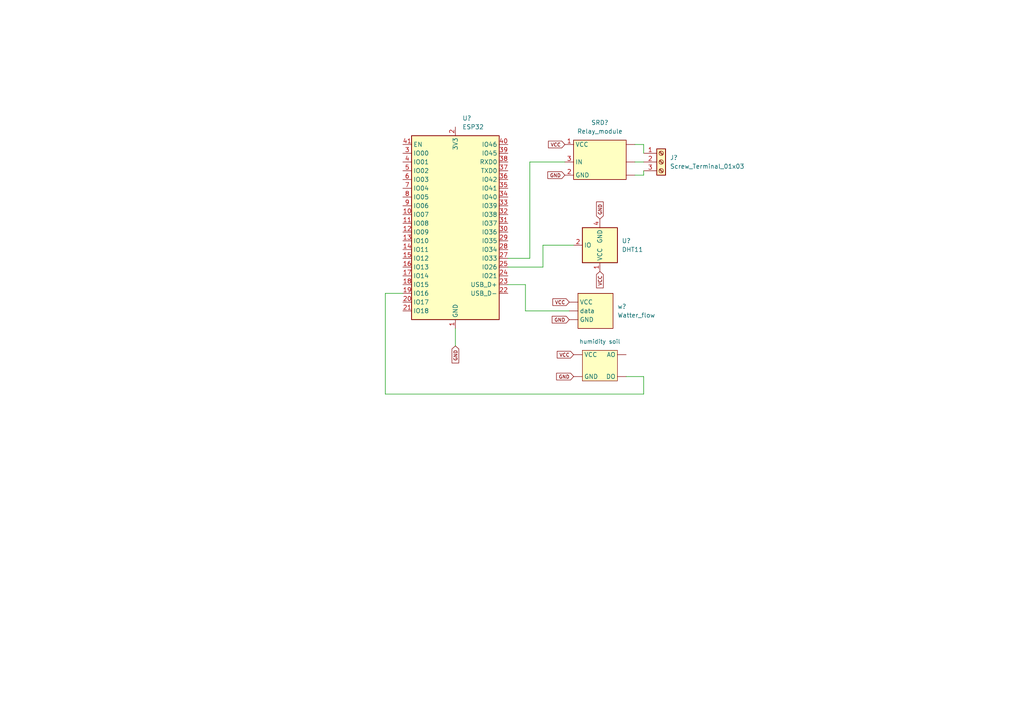
<source format=kicad_sch>
(kicad_sch (version 20211123) (generator eeschema)
  (paper "A4")
  (lib_symbols
    (symbol "Connector:Screw_Terminal_01x03" (pin_names (offset 1.016) hide)
      (property "Reference" "J" (at 0 5.08 0))
      (property "Value" "Screw_Terminal_01x03" (at 0 -5.08 0))
      (symbol "Screw_Terminal_01x03_1_1"
        (rectangle (start -1.27 3.81) (end 1.27 -3.81) (stroke (width 0.254)) (fill (type background)))
        (circle (center 0 -2.54) (radius 0.635) (stroke (width 0.1524)))
        (polyline (pts (xy -0.5334 -2.2098) (xy 0.3302 -3.048)) (stroke (width 0.1524)))
        (polyline (pts (xy -0.5334 0.3302) (xy 0.3302 -0.508)) (stroke (width 0.1524)))
        (polyline (pts (xy -0.5334 2.8702) (xy 0.3302 2.032)) (stroke (width 0.1524)))
        (polyline (pts (xy -0.3556 -2.032) (xy 0.508 -2.8702)) (stroke (width 0.1524)))
        (polyline (pts (xy -0.3556 0.508) (xy 0.508 -0.3302)) (stroke (width 0.1524)))
        (polyline (pts (xy -0.3556 3.048) (xy 0.508 2.2098)) (stroke (width 0.1524)))
        (circle (center 0 0) (radius 0.635) (stroke (width 0.1524)))
        (circle (center 0 2.54) (radius 0.635) (stroke (width 0.1524)))
        (pin passive line (at -5.08 2.54 0) (length 3.81) (name "Pin_1") (number "1"))
        (pin passive line (at -5.08 0 0) (length 3.81) (name "Pin_2") (number "2"))
        (pin passive line (at -5.08 -2.54 0) (length 3.81) (name "Pin_3") (number "3"))
      )
    )
    (symbol "Humidity_Solo:Relay_module"
      (property "Reference" "SRD" (at 0 -7.62 0))
      (property "Value" "Relay_module" (at 0 -5.08 0))
      (symbol "Relay_module_0_1"
        (rectangle (start -7.62 -1.27) (end 7.62 -12.7) (stroke (width 0.2)) (fill (type background)))
      )
      (symbol "Relay_module_1_1"
        (pin input line (at -10.16 -11.43 0) (length 2.54) (name "") (number ""))
        (pin input line (at -10.16 -7.62 0) (length 2.54) (name "") (number ""))
        (pin input line (at -10.16 -2.54 0) (length 2.54) (name "") (number ""))
        (pin bidirectional line (at 10.16 -2.54 180) (length 2.54) (name "VCC") (number "1"))
        (pin bidirectional line (at 10.16 -11.43 180) (length 2.54) (name "GND") (number "2"))
        (pin bidirectional line (at 10.16 -7.62 180) (length 2.54) (name "IN") (number "3"))
      )
    )
    (symbol "Humidity_Solo:Water_flow"
      (property "Reference" "w" (at 0 0 0))
      (property "Value" "Water_flow" (at 0 2.54 0))
      (symbol "Water_flow_0_1"
        (rectangle (start -5.08 -1.27) (end 5.08 -11.43) (stroke (width 0.2)) (fill (type background)))
      )
      (symbol "Water_flow_1_1"
        (pin input line (at 7.62 -6.35 180) (length 2.54) (name "data") (number ""))
        (pin input line (at 7.62 -8.89 180) (length 2.54) (name "GND") (number ""))
        (pin input line (at 7.62 -3.81 180) (length 2.54) (name "VCC") (number ""))
      )
    )
    (symbol "RF_Module:ESP32-S2-WROVER"
      (property "Reference" "U" (at -12.7 29.21 0))
      (property "Value" "ESP32-S2-WROVER" (at 2.54 29.21 0))
      (symbol "ESP32-S2-WROVER_0_1"
        (rectangle (start -12.7 27.94) (end 12.7 -25.4) (stroke (width 0.254)) (fill (type background)))
      )
      (symbol "ESP32-S2-WROVER_1_1"
        (pin power_in line (at 0 -27.94 90) (length 2.54) (name "GND") (number "1"))
        (pin bidirectional line (at -15.24 5.08 0) (length 2.54) (name "IO07") (number "10"))
        (pin bidirectional line (at -15.24 2.54 0) (length 2.54) (name "IO08") (number "11"))
        (pin bidirectional line (at -15.24 0 0) (length 2.54) (name "IO09") (number "12"))
        (pin bidirectional line (at -15.24 -2.54 0) (length 2.54) (name "IO10") (number "13"))
        (pin bidirectional line (at -15.24 -5.08 0) (length 2.54) (name "IO11") (number "14"))
        (pin bidirectional line (at -15.24 -7.62 0) (length 2.54) (name "IO12") (number "15"))
        (pin bidirectional line (at -15.24 -10.16 0) (length 2.54) (name "IO13") (number "16"))
        (pin bidirectional line (at -15.24 -12.7 0) (length 2.54) (name "IO14") (number "17"))
        (pin bidirectional line (at -15.24 -15.24 0) (length 2.54) (name "IO15") (number "18"))
        (pin bidirectional line (at -15.24 -17.78 0) (length 2.54) (name "IO16") (number "19"))
        (pin power_in line (at 0 30.48 270) (length 2.54) (name "3V3") (number "2"))
        (pin bidirectional line (at -15.24 -20.32 0) (length 2.54) (name "IO17") (number "20"))
        (pin bidirectional line (at -15.24 -22.86 0) (length 2.54) (name "IO18") (number "21"))
        (pin bidirectional line (at 15.24 -17.78 180) (length 2.54) (name "USB_D-") (number "22"))
        (pin bidirectional line (at 15.24 -15.24 180) (length 2.54) (name "USB_D+") (number "23"))
        (pin bidirectional line (at 15.24 -12.7 180) (length 2.54) (name "IO21") (number "24"))
        (pin bidirectional line (at 15.24 -10.16 180) (length 2.54) (name "IO26") (number "25"))
        (pin passive line (at 0 -27.94 90) (length 2.54) hide (name "GND") (number "26"))
        (pin bidirectional line (at 15.24 -7.62 180) (length 2.54) (name "IO33") (number "27"))
        (pin bidirectional line (at 15.24 -5.08 180) (length 2.54) (name "IO34") (number "28"))
        (pin bidirectional line (at 15.24 -2.54 180) (length 2.54) (name "IO35") (number "29"))
        (pin bidirectional line (at -15.24 22.86 0) (length 2.54) (name "IO00") (number "3"))
        (pin bidirectional line (at 15.24 0 180) (length 2.54) (name "IO36") (number "30"))
        (pin bidirectional line (at 15.24 2.54 180) (length 2.54) (name "IO37") (number "31"))
        (pin bidirectional line (at 15.24 5.08 180) (length 2.54) (name "IO38") (number "32"))
        (pin bidirectional line (at 15.24 7.62 180) (length 2.54) (name "IO39") (number "33"))
        (pin bidirectional line (at 15.24 10.16 180) (length 2.54) (name "IO40") (number "34"))
        (pin bidirectional line (at 15.24 12.7 180) (length 2.54) (name "IO41") (number "35"))
        (pin bidirectional line (at 15.24 15.24 180) (length 2.54) (name "IO42") (number "36"))
        (pin bidirectional line (at 15.24 17.78 180) (length 2.54) (name "TXD0") (number "37"))
        (pin bidirectional line (at 15.24 20.32 180) (length 2.54) (name "RXD0") (number "38"))
        (pin bidirectional line (at 15.24 22.86 180) (length 2.54) (name "IO45") (number "39"))
        (pin bidirectional line (at -15.24 20.32 0) (length 2.54) (name "IO01") (number "4"))
        (pin input line (at 15.24 25.4 180) (length 2.54) (name "IO46") (number "40"))
        (pin input line (at -15.24 25.4 0) (length 2.54) (name "EN") (number "41"))
        (pin passive line (at 0 -27.94 90) (length 2.54) hide (name "GND") (number "42"))
        (pin passive line (at 0 -27.94 90) (length 2.54) hide (name "GND") (number "43"))
        (pin bidirectional line (at -15.24 17.78 0) (length 2.54) (name "IO02") (number "5"))
        (pin bidirectional line (at -15.24 15.24 0) (length 2.54) (name "IO03") (number "6"))
        (pin bidirectional line (at -15.24 12.7 0) (length 2.54) (name "IO04") (number "7"))
        (pin bidirectional line (at -15.24 10.16 0) (length 2.54) (name "IO05") (number "8"))
        (pin bidirectional line (at -15.24 7.62 0) (length 2.54) (name "IO06") (number "9"))
      )
    )
    (symbol "Sensor:DHT11"
      (property "Reference" "U" (at -3.81 6.35 0))
      (property "Value" "DHT11" (at 3.81 6.35 0))
      (symbol "DHT11_0_1"
        (rectangle (start -5.08 5.08) (end 5.08 -5.08) (stroke (width 0.254)) (fill (type background)))
      )
      (symbol "DHT11_1_1"
        (pin power_in line (at 0 7.62 270) (length 2.54) (name "VCC") (number "1"))
        (pin bidirectional line (at 7.62 0 180) (length 2.54) (name "IO") (number "2"))
        (pin no_connect line (at -5.08 0 0) (length 2.54) hide (name "NC") (number "3"))
        (pin power_in line (at 0 -7.62 90) (length 2.54) (name "GND") (number "4"))
      )
    )
    (symbol "humidity soil_1"
      (property "Value" "humidity soil_1" (at 1.27 -5.08 0))
      (symbol "humidity soil_1_0_1"
        (rectangle (start -3.81 -1.27) (end 6.35 -10.16) (fill (type background)))
      )
      (symbol "humidity soil_1_1_1"
        (pin bidirectional line (at 8.89 -2.54 180) (length 2.54) (name "AO") (number ""))
        (pin bidirectional line (at 8.89 -8.89 180) (length 2.54) (name "DO") (number ""))
        (pin input line (at -6.35 -8.89 0) (length 2.54) (name "GND") (number ""))
        (pin input line (at -6.35 -2.54 0) (length 2.54) (name "VCC") (number ""))
      )
    )
  )
  (wire (pts (xy 186.69 49.53) (xy 186.69 50.8)))
  (wire (pts (xy 186.69 44.45) (xy 186.69 41.91)))
  (wire (pts (xy 152.4 90.17) (xy 152.4 82.55)))
  (wire (pts (xy 184.15 50.8) (xy 186.69 50.8)))
  (wire (pts (xy 165.1 90.17) (xy 152.4 90.17)))
  (wire (pts (xy 181.61 109.22) (xy 186.69 109.22)))
  (wire (pts (xy 184.15 46.99) (xy 186.69 46.99)))
  (wire (pts (xy 147.32 74.93) (xy 153.67 74.93)))
  (wire (pts (xy 157.48 77.47) (xy 147.32 77.47)))
  (wire (pts (xy 132.08 95.25) (xy 132.08 100.33)))
  (wire (pts (xy 153.67 46.99) (xy 153.67 74.93)))
  (wire (pts (xy 157.48 71.12) (xy 157.48 77.47)))
  (wire (pts (xy 147.32 82.55) (xy 152.4 82.55)))
  (wire (pts (xy 186.69 114.3) (xy 111.76 114.3)))
  (wire (pts (xy 111.76 85.09) (xy 116.84 85.09)))
  (wire (pts (xy 163.83 46.99) (xy 153.67 46.99)))
  (wire (pts (xy 111.76 85.09) (xy 111.76 114.3)))
  (wire (pts (xy 157.48 71.12) (xy 166.37 71.12)))
  (wire (pts (xy 184.15 41.91) (xy 186.69 41.91)))
  (wire (pts (xy 186.69 109.22) (xy 186.69 114.3)))
  (global_label "GND" (shape input) (at 163.83 50.8 180) (effects (font (size 1 1))) (property "Intersheet References" "${INTERSHEET_REFS}" (effects hide)))
  (global_label "GND" (shape input) (at 132.08 100.33 270) (effects (font (size 1 1))) (property "Intersheet References" "${INTERSHEET_REFS}" (effects hide)))
  (global_label "VCC" (shape input) (at 163.83 41.91 180) (effects (font (size 1 1))) (property "Intersheet References" "${INTERSHEET_REFS}" (effects hide)))
  (global_label "VCC" (shape input) (at 166.37 102.87 180) (effects (font (size 1 1))) (property "Intersheet References" "${INTERSHEET_REFS}" (effects hide)))
  (global_label "GND" (shape input) (at 173.99 63.5 90) (effects (font (size 1 1))) (property "Intersheet References" "${INTERSHEET_REFS}" (effects hide)))
  (global_label "VCC" (shape input) (at 173.99 78.74 270) (effects (font (size 1 1))) (property "Intersheet References" "${INTERSHEET_REFS}" (effects hide)))
  (global_label "VCC" (shape input) (at 165.1 87.63 180) (effects (font (size 1 1))) (property "Intersheet References" "${INTERSHEET_REFS}" (effects hide)))
  (global_label "GND" (shape input) (at 165.1 92.71 180) (effects (font (size 1 1))) (property "Intersheet References" "${INTERSHEET_REFS}" (effects hide)))
  (global_label "GND" (shape input) (at 166.37 109.22 180) (effects (font (size 1 1))) (property "Intersheet References" "${INTERSHEET_REFS}" (effects hide)))
  (symbol (lib_id "RF_Module:ESP32-S2-WROVER") (at 132.08 67.31 0) (unit 1)
    (property "Reference" "U?" (at 134.0994 34.29 0) (effects (justify left)))
    (property "Value" "ESP32" (at 134.0994 36.83 0) (effects (justify left)))
    (property "Footprint" "RF_Module:ESP32-S2-WROVER" (effects hide))
    (property "Datasheet" "https://www.espressif.com/sites/default/files/documentation/esp32-s2-wroom_esp32-s2-wroom-i_datasheet_en.pdf" (effects hide))
  )
  (symbol (lib_name "humidity soil_1") (lib_id "Humidity_Solo:humidity soil") (at 172.72 100.33 0) (unit 1)
    (property "Reference" "H?" (effects hide))
    (property "Value" "humidity soil" (at 173.99 99.06 0) (effects (font (size 1.2 1.2))))
  )
  (symbol (lib_id "Connector:Screw_Terminal_01x03") (at 191.77 46.99 0) (unit 1)
    (property "Reference" "J?" (at 194.31 45.7199 0) (effects (justify left)))
    (property "Value" "Screw_Terminal_01x03" (at 194.31 48.2599 0) (effects (justify left)))
  )
  (symbol (lib_id "Sensor:DHT11") (at 173.99 71.12 180) (unit 1)
    (property "Reference" "U?" (at 180.34 69.8499 0) (effects (justify right)))
    (property "Value" "DHT11" (at 180.34 72.3899 0) (effects (justify right)))
    (property "Footprint" "Sensor:Aosong_DHT11_5.5x12.0_P2.54mm" (effects hide))
    (property "Datasheet" "http://akizukidenshi.com/download/ds/aosong/DHT11.pdf" (effects hide))
  )
  (symbol (lib_id "Humidity_Solo:Water_flow") (at 172.72 83.82 0) (mirror y) (unit 1)
    (property "Reference" "w?" (at 179.07 88.8999 0) (effects (justify right)))
    (property "Value" "Watter_flow" (at 179.07 91.4399 0) (effects (justify right)))
  )
  (symbol (lib_id "Humidity_Solo:Relay_module") (at 173.99 39.37 0) (mirror y) (unit 1)
    (property "Reference" "SRD?" (at 173.99 35.56 0))
    (property "Value" "Relay_module" (at 173.99 38.1 0))
  )
)
</source>
